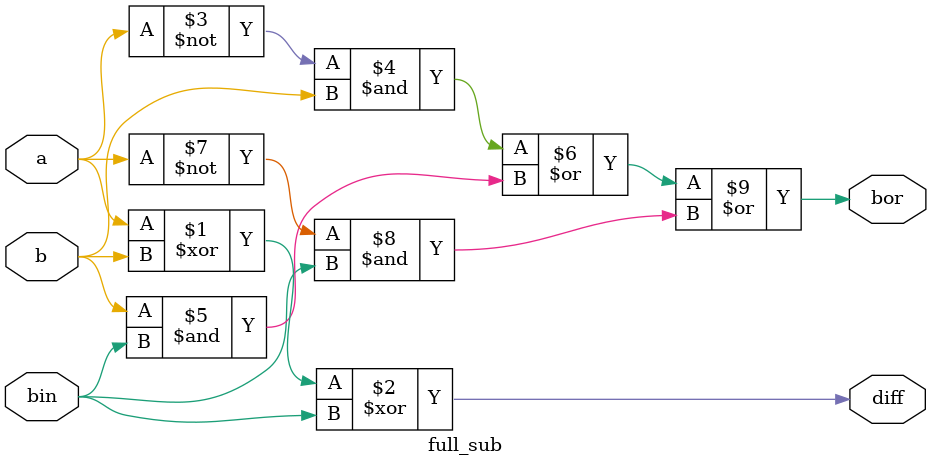
<source format=v>
`timescale 1ns / 1ps

module full_sub(a,b,bin,diff,bor);
    input a,b,bin;
    output diff,bor;
    assign diff = a^b^bin;
    assign bor = (~a&b)|(b&bin)|(~a&bin);
endmodule
</source>
